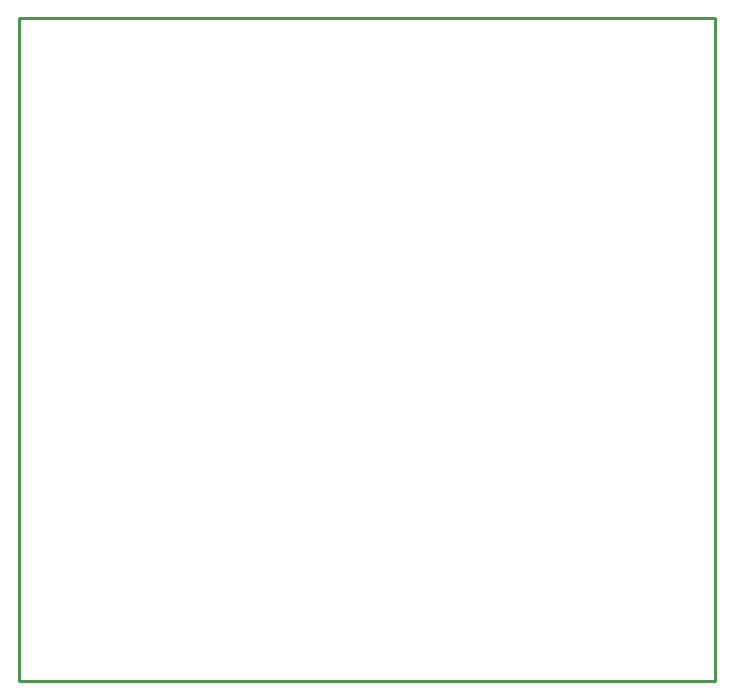
<source format=gko>
G04*
G04 #@! TF.GenerationSoftware,Altium Limited,Altium Designer,22.5.1 (42)*
G04*
G04 Layer_Color=8388736*
%FSLAX42Y42*%
%MOMM*%
G71*
G04*
G04 #@! TF.SameCoordinates,7E323223-29A8-45E6-A1AA-00ACEAEE4AAF*
G04*
G04*
G04 #@! TF.FilePolarity,Positive*
G04*
G01*
G75*
%ADD13C,0.25*%
D13*
X5890D01*
X0Y5610D02*
X5890D01*
Y0D02*
Y5610D01*
X0Y0D02*
Y5610D01*
M02*

</source>
